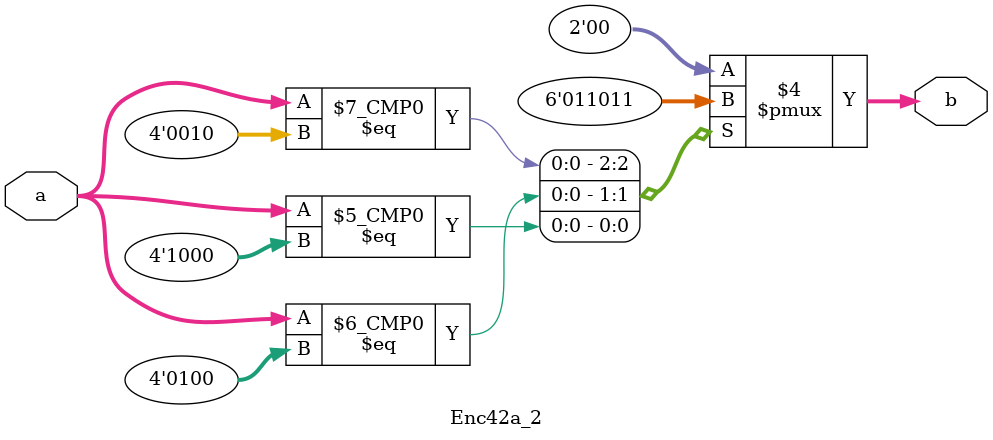
<source format=v>
module Enc42a(a,b);
input [3:0] a;
output[1:0] b;
wire [1:0] b;

    assign b[1] = a[3] | a[2];
    assign b[0] = a[3] | a[1];
endmodule
//2. case method
module Enc42a_2(a,b);
input [3:0] a;
output reg [1:0] b;

    always@(*) begin
        case(a)
        4'b0001: b = 2'd0;
        4'b0010: b = 2'd1;
        4'b0100: b = 2'd2;
        4'b1000: b = 2'd3;
        4'b0000: b = 2'd0; // to facitate the large encoder
        default: b = 2'd0; //Should had 16 combinations included, so we have to add "default" to include other 11 possibilities.
        endcase
    end
endmodule
</source>
